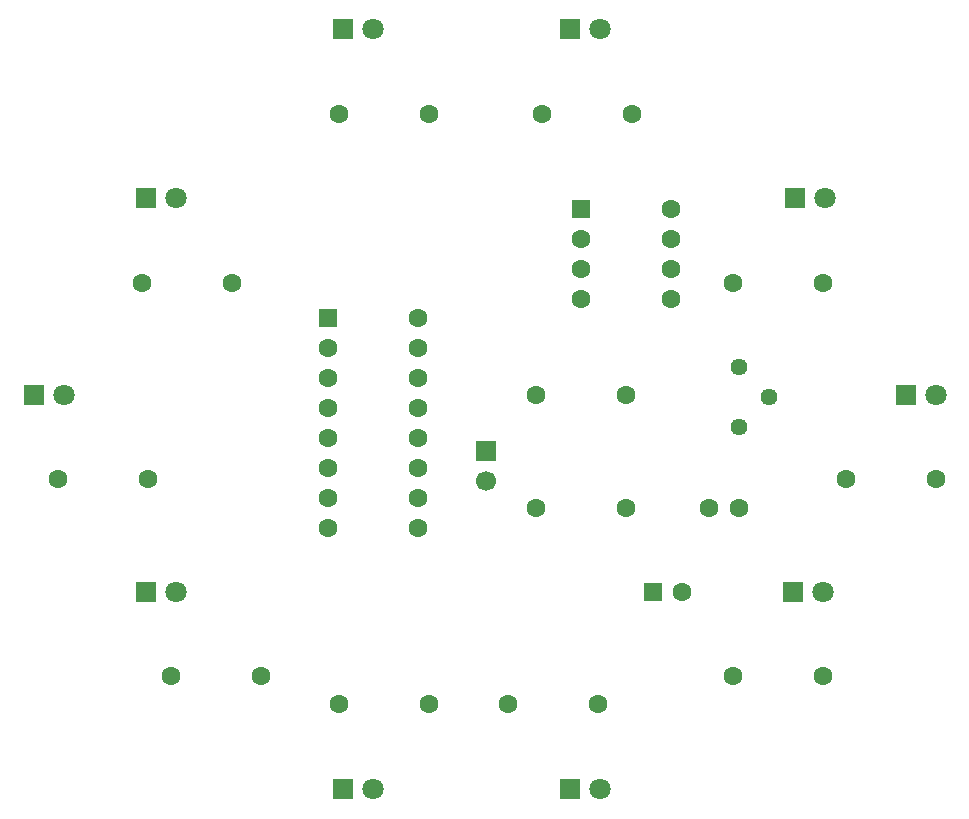
<source format=gbr>
%TF.GenerationSoftware,KiCad,Pcbnew,9.0.6*%
%TF.CreationDate,2025-11-23T21:02:07-05:00*%
%TF.ProjectId,ledcha,6c656463-6861-42e6-9b69-6361645f7063,rev?*%
%TF.SameCoordinates,Original*%
%TF.FileFunction,Soldermask,Bot*%
%TF.FilePolarity,Negative*%
%FSLAX46Y46*%
G04 Gerber Fmt 4.6, Leading zero omitted, Abs format (unit mm)*
G04 Created by KiCad (PCBNEW 9.0.6) date 2025-11-23 21:02:07*
%MOMM*%
%LPD*%
G01*
G04 APERTURE LIST*
G04 Aperture macros list*
%AMRoundRect*
0 Rectangle with rounded corners*
0 $1 Rounding radius*
0 $2 $3 $4 $5 $6 $7 $8 $9 X,Y pos of 4 corners*
0 Add a 4 corners polygon primitive as box body*
4,1,4,$2,$3,$4,$5,$6,$7,$8,$9,$2,$3,0*
0 Add four circle primitives for the rounded corners*
1,1,$1+$1,$2,$3*
1,1,$1+$1,$4,$5*
1,1,$1+$1,$6,$7*
1,1,$1+$1,$8,$9*
0 Add four rect primitives between the rounded corners*
20,1,$1+$1,$2,$3,$4,$5,0*
20,1,$1+$1,$4,$5,$6,$7,0*
20,1,$1+$1,$6,$7,$8,$9,0*
20,1,$1+$1,$8,$9,$2,$3,0*%
G04 Aperture macros list end*
%ADD10C,1.600000*%
%ADD11R,1.800000X1.800000*%
%ADD12C,1.800000*%
%ADD13RoundRect,0.250000X-0.550000X-0.550000X0.550000X-0.550000X0.550000X0.550000X-0.550000X0.550000X0*%
%ADD14C,1.440000*%
%ADD15R,1.700000X1.700000*%
%ADD16C,1.700000*%
G04 APERTURE END LIST*
D10*
%TO.C,R6*%
X195262500Y-109537500D03*
X187642500Y-109537500D03*
%TD*%
D11*
%TO.C,D5*%
X173831250Y-119062500D03*
D12*
X176371250Y-119062500D03*
%TD*%
D10*
%TO.C,R5*%
X204787500Y-92868750D03*
X197167500Y-92868750D03*
%TD*%
D11*
%TO.C,D6*%
X154622500Y-119062500D03*
D12*
X157162500Y-119062500D03*
%TD*%
D11*
%TO.C,D3*%
X202247500Y-85725000D03*
D12*
X204787500Y-85725000D03*
%TD*%
D10*
%TO.C,R12*%
X154305000Y-61912500D03*
X161925000Y-61912500D03*
%TD*%
%TO.C,R9*%
X147637500Y-109537500D03*
X140017500Y-109537500D03*
%TD*%
D13*
%TO.C,U1*%
X174788750Y-70008750D03*
D10*
X174788750Y-72548750D03*
X174788750Y-75088750D03*
X174788750Y-77628750D03*
X182408750Y-77628750D03*
X182408750Y-75088750D03*
X182408750Y-72548750D03*
X182408750Y-70008750D03*
%TD*%
D11*
%TO.C,D7*%
X137953750Y-102393750D03*
D12*
X140493750Y-102393750D03*
%TD*%
D11*
%TO.C,D9*%
X137953750Y-69056250D03*
D12*
X140493750Y-69056250D03*
%TD*%
D11*
%TO.C,D1*%
X173831250Y-54768750D03*
D12*
X176371250Y-54768750D03*
%TD*%
D10*
%TO.C,R2*%
X170973750Y-95250000D03*
X178593750Y-95250000D03*
%TD*%
%TO.C,C2*%
X185618750Y-95250000D03*
X188118750Y-95250000D03*
%TD*%
D14*
%TO.C,RV1*%
X188118750Y-88423750D03*
X190658750Y-85883750D03*
X188118750Y-83343750D03*
%TD*%
D10*
%TO.C,R11*%
X145256250Y-76200000D03*
X137636250Y-76200000D03*
%TD*%
D13*
%TO.C,U2*%
X153357500Y-79216250D03*
D10*
X153357500Y-81756250D03*
X153357500Y-84296250D03*
X153357500Y-86836250D03*
X153357500Y-89376250D03*
X153357500Y-91916250D03*
X153357500Y-94456250D03*
X153357500Y-96996250D03*
X160977500Y-96996250D03*
X160977500Y-94456250D03*
X160977500Y-91916250D03*
X160977500Y-89376250D03*
X160977500Y-86836250D03*
X160977500Y-84296250D03*
X160977500Y-81756250D03*
X160977500Y-79216250D03*
%TD*%
D11*
%TO.C,D8*%
X128428750Y-85725000D03*
D12*
X130968750Y-85725000D03*
%TD*%
D10*
%TO.C,R3*%
X179070000Y-61912500D03*
X171450000Y-61912500D03*
%TD*%
%TO.C,R8*%
X161925000Y-111918750D03*
X154305000Y-111918750D03*
%TD*%
%TO.C,R4*%
X195262500Y-76200000D03*
X187642500Y-76200000D03*
%TD*%
%TO.C,R1*%
X170973750Y-85725000D03*
X178593750Y-85725000D03*
%TD*%
D11*
%TO.C,D2*%
X192881250Y-69056250D03*
D12*
X195421250Y-69056250D03*
%TD*%
D10*
%TO.C,R7*%
X176212500Y-111918750D03*
X168592500Y-111918750D03*
%TD*%
D11*
%TO.C,D10*%
X154622500Y-54768750D03*
D12*
X157162500Y-54768750D03*
%TD*%
D15*
%TO.C,J1*%
X166687500Y-90487500D03*
D16*
X166687500Y-93027500D03*
%TD*%
D13*
%TO.C,C1*%
X180856250Y-102393750D03*
D10*
X183356250Y-102393750D03*
%TD*%
%TO.C,R10*%
X138112500Y-92868750D03*
X130492500Y-92868750D03*
%TD*%
D11*
%TO.C,D4*%
X192722500Y-102393750D03*
D12*
X195262500Y-102393750D03*
%TD*%
M02*

</source>
